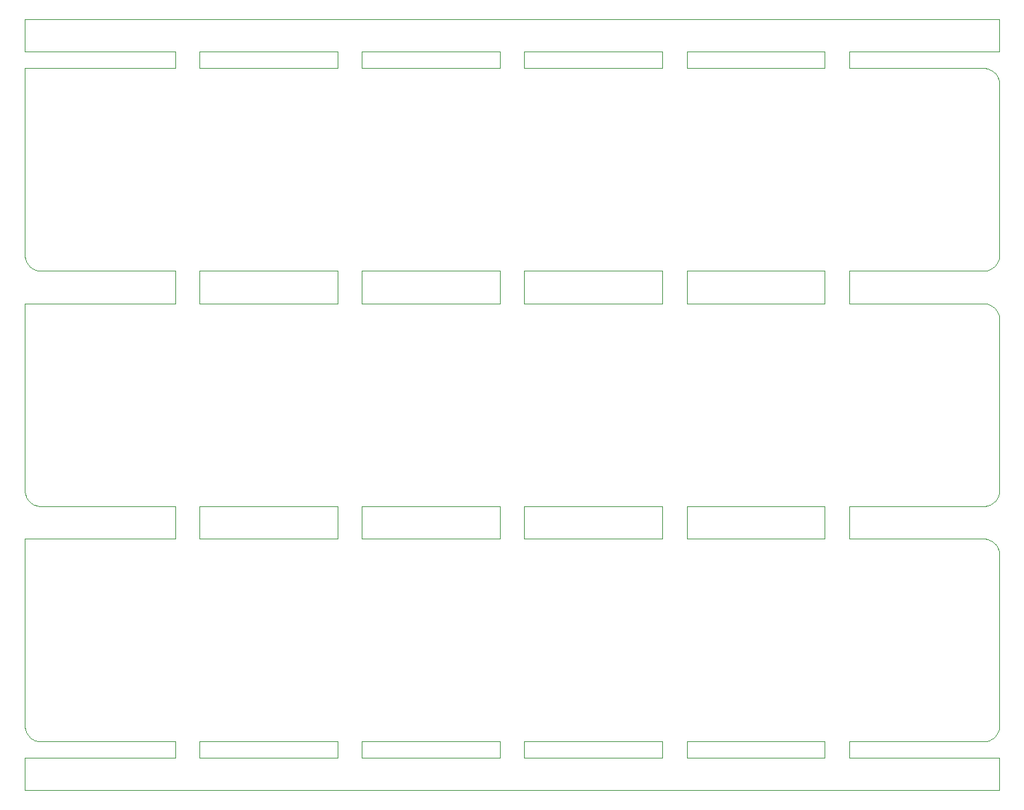
<source format=gbr>
%TF.GenerationSoftware,KiCad,Pcbnew,9.0.1*%
%TF.CreationDate,2025-12-04T09:14:00-06:00*%
%TF.ProjectId,focus_bar_panel_v1,666f6375-735f-4626-9172-5f70616e656c,rev?*%
%TF.SameCoordinates,Original*%
%TF.FileFunction,Profile,NP*%
%FSLAX46Y46*%
G04 Gerber Fmt 4.6, Leading zero omitted, Abs format (unit mm)*
G04 Created by KiCad (PCBNEW 9.0.1) date 2025-12-04 09:14:00*
%MOMM*%
%LPD*%
G01*
G04 APERTURE LIST*
%TA.AperFunction,Profile*%
%ADD10C,0.100000*%
%TD*%
G04 APERTURE END LIST*
D10*
X89619211Y-50796109D02*
X89711288Y-50838415D01*
X207001305Y-50936654D02*
X207098726Y-50908778D01*
X127000000Y-80000500D02*
X127000000Y-81999500D01*
X206902597Y-50959559D02*
X207001305Y-50936654D01*
X88500000Y-111001500D02*
X88500000Y-115001500D01*
X207288711Y-108838415D02*
X207380788Y-108796109D01*
X88982483Y-108303244D02*
X89050414Y-108378433D01*
X190000000Y-111001500D02*
X190000000Y-109000500D01*
X90398701Y-79997933D02*
X90500000Y-80000500D01*
X130000000Y-55000500D02*
X130000000Y-53001500D01*
X89901273Y-50908778D02*
X89998694Y-50936654D01*
X208017516Y-84697755D02*
X207949585Y-84622566D01*
X187000000Y-81999500D02*
X187000000Y-82001500D01*
X130000000Y-111001500D02*
X130000000Y-109000500D01*
X88704390Y-107881288D02*
X88751306Y-107971103D01*
X110000000Y-55000500D02*
X110000000Y-53001500D01*
X167000000Y-24000000D02*
X167000000Y-26000500D01*
X88624495Y-107695110D02*
X88662084Y-107789211D01*
X89275788Y-108582051D02*
X89357463Y-108642026D01*
X208476936Y-56697644D02*
X208459059Y-56597902D01*
X206601298Y-55003066D02*
X206500000Y-55000500D01*
X167000000Y-51000500D02*
X167000000Y-52999500D01*
X187000000Y-55000500D02*
X170000000Y-55000500D01*
X88802711Y-50058428D02*
X88858473Y-50143036D01*
X208459059Y-107403097D02*
X208476936Y-107303355D01*
X130000000Y-53001500D02*
X130000000Y-52999500D01*
X208476936Y-27697644D02*
X208459059Y-27597902D01*
X90097402Y-50959559D02*
X90197144Y-50977436D01*
X208081551Y-50224711D02*
X208141526Y-50143036D01*
X208476936Y-85697644D02*
X208459059Y-85597902D01*
X107000000Y-55000500D02*
X88500000Y-55000500D01*
X207098726Y-79908778D02*
X207194610Y-79876004D01*
X208197288Y-84942571D02*
X208141526Y-84857963D01*
X208497433Y-56899201D02*
X208489738Y-56798163D01*
X208500000Y-57000500D02*
X208497433Y-56899201D01*
X170000000Y-84000500D02*
X170000000Y-82001500D01*
X147000000Y-80000500D02*
X147000000Y-81999500D01*
X88523063Y-107303355D02*
X88540940Y-107403097D01*
X206902597Y-55041440D02*
X206802855Y-55023563D01*
X208248693Y-107971103D02*
X208295609Y-107881288D01*
X207380788Y-55204890D02*
X207288711Y-55162584D01*
X208436154Y-56499194D02*
X208408278Y-56401773D01*
X90097402Y-79959559D02*
X90197144Y-79977436D01*
X207724211Y-26418948D02*
X207642536Y-26358973D01*
X127000000Y-24000000D02*
X127000000Y-26000500D01*
X207194610Y-84124995D02*
X207098726Y-84092221D01*
X187000000Y-51000500D02*
X187000000Y-52999500D01*
X110000000Y-84000500D02*
X110000000Y-82001500D01*
X207724211Y-55418948D02*
X207642536Y-55358973D01*
X167000000Y-82001500D02*
X167000000Y-84000500D01*
X89197255Y-79518016D02*
X89275788Y-79582051D01*
X147000000Y-52999500D02*
X147000000Y-53001500D01*
X127000000Y-81999500D02*
X127000000Y-82001500D01*
X107000000Y-24000000D02*
X107000000Y-26000500D01*
X88502566Y-78101798D02*
X88510261Y-78202836D01*
X207380788Y-26204890D02*
X207288711Y-26162584D01*
X208500000Y-115001500D02*
X208500000Y-111001500D01*
X208141526Y-50143036D02*
X208197288Y-50058428D01*
X88500000Y-26000500D02*
X88500000Y-49000500D01*
X207642536Y-79642026D02*
X207724211Y-79582051D01*
X88500000Y-115001500D02*
X208500000Y-115001500D01*
X190000000Y-55000500D02*
X190000000Y-53001500D01*
X107000000Y-53001500D02*
X107000000Y-55000500D01*
X190000000Y-24000000D02*
X208500000Y-24000000D01*
X208017516Y-79303244D02*
X208081551Y-79224711D01*
X89275788Y-50582051D02*
X89357463Y-50642026D01*
X207949585Y-84622566D02*
X207877933Y-84550914D01*
X208459059Y-85597902D02*
X208436154Y-85499194D01*
X208375504Y-85305889D02*
X208337915Y-85211788D01*
X107000000Y-52999500D02*
X107000000Y-53001500D01*
X88540940Y-49403097D02*
X88563845Y-49501805D01*
X89998694Y-108936654D02*
X90097402Y-108959559D01*
X88540940Y-78403097D02*
X88563845Y-78501805D01*
X207949585Y-50378433D02*
X208017516Y-50303244D01*
X90197144Y-108977436D02*
X90297663Y-108990238D01*
X206902597Y-26041440D02*
X206802855Y-26023563D01*
X88982483Y-79303244D02*
X89050414Y-79378433D01*
X88662084Y-107789211D02*
X88704390Y-107881288D01*
X89050414Y-108378433D02*
X89122066Y-108450085D01*
X207470603Y-79749193D02*
X207557928Y-79697788D01*
X90297663Y-50990238D02*
X90398701Y-50997933D01*
X207380788Y-79796109D02*
X207470603Y-79749193D01*
X206702336Y-79990238D02*
X206802855Y-79977436D01*
X150000000Y-81999500D02*
X150000000Y-80000500D01*
X206601298Y-108997933D02*
X206702336Y-108990238D01*
X110000000Y-81999500D02*
X110000000Y-80000500D01*
X207288711Y-26162584D02*
X207194610Y-26124995D01*
X207949585Y-55622566D02*
X207877933Y-55550914D01*
X89442071Y-108697788D02*
X89529396Y-108749193D01*
X90297663Y-108990238D02*
X90398701Y-108997933D01*
X110000000Y-111001500D02*
X110000000Y-109000500D01*
X187000000Y-109000500D02*
X187000000Y-111001500D01*
X208497433Y-27899201D02*
X208489738Y-27798163D01*
X207557928Y-108697788D02*
X207642536Y-108642026D01*
X167000000Y-52999500D02*
X167000000Y-53001500D01*
X89619211Y-108796109D02*
X89711288Y-108838415D01*
X88510261Y-107202836D02*
X88523063Y-107303355D01*
X208500000Y-24000000D02*
X208500000Y-20000000D01*
X147000000Y-51000500D02*
X147000000Y-52999500D01*
X208081551Y-26776288D02*
X208017516Y-26697755D01*
X207802744Y-55482983D02*
X207724211Y-55418948D01*
X208436154Y-49501805D02*
X208459059Y-49403097D01*
X190000000Y-52999500D02*
X190000000Y-51000500D01*
X187000000Y-84000500D02*
X170000000Y-84000500D01*
X110000000Y-26000500D02*
X110000000Y-24000000D01*
X127000000Y-53001500D02*
X127000000Y-55000500D01*
X208375504Y-56305889D02*
X208337915Y-56211788D01*
X150000000Y-80000500D02*
X167000000Y-80000500D01*
X208436154Y-85499194D02*
X208408278Y-85401773D01*
X150000000Y-111001500D02*
X150000000Y-109000500D01*
X208500000Y-20000000D02*
X88500000Y-20000000D01*
X208295609Y-85119711D02*
X208248693Y-85029896D01*
X88510261Y-49202836D02*
X88523063Y-49303355D01*
X208375504Y-107695110D02*
X208408278Y-107599226D01*
X207288711Y-55162584D02*
X207194610Y-55124995D01*
X206702336Y-108990238D02*
X206802855Y-108977436D01*
X88523063Y-49303355D02*
X88540940Y-49403097D01*
X110000000Y-82001500D02*
X110000000Y-81999500D01*
X88591721Y-49599226D02*
X88624495Y-49695110D01*
X208500000Y-107000500D02*
X208500000Y-86000500D01*
X167000000Y-55000500D02*
X150000000Y-55000500D01*
X208408278Y-107599226D02*
X208436154Y-107501805D01*
X150000000Y-55000500D02*
X150000000Y-53001500D01*
X127000000Y-26000500D02*
X110000000Y-26000500D01*
X190000000Y-53001500D02*
X190000000Y-52999500D01*
X207642536Y-26358973D02*
X207557928Y-26303211D01*
X88500000Y-78000500D02*
X88502566Y-78101798D01*
X130000000Y-24000000D02*
X147000000Y-24000000D01*
X167000000Y-81999500D02*
X167000000Y-82001500D01*
X207288711Y-79838415D02*
X207380788Y-79796109D01*
X127000000Y-109000500D02*
X127000000Y-111001500D01*
X187000000Y-24000000D02*
X187000000Y-26000500D01*
X110000000Y-80000500D02*
X127000000Y-80000500D01*
X207642536Y-108642026D02*
X207724211Y-108582051D01*
X207470603Y-50749193D02*
X207557928Y-50697788D01*
X207098726Y-55092221D02*
X207001305Y-55064345D01*
X89357463Y-108642026D02*
X89442071Y-108697788D01*
X208337915Y-85211788D02*
X208295609Y-85119711D01*
X167000000Y-84000500D02*
X150000000Y-84000500D01*
X110000000Y-52999500D02*
X110000000Y-51000500D01*
X208459059Y-49403097D02*
X208476936Y-49303355D01*
X88500000Y-24000000D02*
X107000000Y-24000000D01*
X207194610Y-108876004D02*
X207288711Y-108838415D01*
X89050414Y-79378433D02*
X89122066Y-79450085D01*
X208295609Y-78881288D02*
X208337915Y-78789211D01*
X208337915Y-107789211D02*
X208375504Y-107695110D01*
X208248693Y-85029896D02*
X208197288Y-84942571D01*
X107000000Y-81999500D02*
X107000000Y-82001500D01*
X89442071Y-79697788D02*
X89529396Y-79749193D01*
X207557928Y-84303211D02*
X207470603Y-84251806D01*
X89197255Y-108518016D02*
X89275788Y-108582051D01*
X208489738Y-78202836D02*
X208497433Y-78101798D01*
X88591721Y-78599226D02*
X88624495Y-78695110D01*
X107000000Y-80000500D02*
X107000000Y-81999500D01*
X208500000Y-28000500D02*
X208497433Y-27899201D01*
X207642536Y-55358973D02*
X207557928Y-55303211D01*
X170000000Y-81999500D02*
X170000000Y-80000500D01*
X88500000Y-107000500D02*
X88502566Y-107101798D01*
X88802711Y-108058428D02*
X88858473Y-108143036D01*
X206702336Y-26010761D02*
X206601298Y-26003066D01*
X207949585Y-79378433D02*
X208017516Y-79303244D01*
X88662084Y-49789211D02*
X88704390Y-49881288D01*
X207642536Y-84358973D02*
X207557928Y-84303211D01*
X208197288Y-50058428D02*
X208248693Y-49971103D01*
X88662084Y-78789211D02*
X88704390Y-78881288D01*
X88982483Y-50303244D02*
X89050414Y-50378433D01*
X208295609Y-49881288D02*
X208337915Y-49789211D01*
X147000000Y-82001500D02*
X147000000Y-84000500D01*
X107000000Y-84000500D02*
X88500000Y-84000500D01*
X206802855Y-79977436D02*
X206902597Y-79959559D01*
X130000000Y-51000500D02*
X147000000Y-51000500D01*
X127000000Y-51000500D02*
X127000000Y-52999500D01*
X208497433Y-78101798D02*
X208500000Y-78000500D01*
X206601298Y-84003066D02*
X206500000Y-84000500D01*
X207470603Y-55251806D02*
X207380788Y-55204890D01*
X90500000Y-51000500D02*
X107000000Y-51000500D01*
X208459059Y-56597902D02*
X208436154Y-56499194D01*
X206500000Y-80000500D02*
X206601298Y-79997933D01*
X207098726Y-108908778D02*
X207194610Y-108876004D01*
X206802855Y-55023563D02*
X206702336Y-55010761D01*
X206702336Y-55010761D02*
X206601298Y-55003066D01*
X88563845Y-78501805D02*
X88591721Y-78599226D01*
X147000000Y-24000000D02*
X147000000Y-26000500D01*
X147000000Y-84000500D02*
X130000000Y-84000500D01*
X207288711Y-50838415D02*
X207380788Y-50796109D01*
X89805389Y-79876004D02*
X89901273Y-79908778D01*
X207098726Y-50908778D02*
X207194610Y-50876004D01*
X208500000Y-49000500D02*
X208500000Y-28000500D01*
X190000000Y-82001500D02*
X190000000Y-81999500D01*
X190000000Y-26000500D02*
X190000000Y-24000000D01*
X89998694Y-79936654D02*
X90097402Y-79959559D01*
X207949585Y-26622566D02*
X207877933Y-26550914D01*
X208295609Y-107881288D02*
X208337915Y-107789211D01*
X88563845Y-107501805D02*
X88591721Y-107599226D01*
X208489738Y-49202836D02*
X208497433Y-49101798D01*
X208497433Y-85899201D02*
X208489738Y-85798163D01*
X207877933Y-26550914D02*
X207802744Y-26482983D01*
X147000000Y-81999500D02*
X147000000Y-82001500D01*
X208337915Y-27211788D02*
X208295609Y-27119711D01*
X206802855Y-26023563D02*
X206702336Y-26010761D01*
X127000000Y-52999500D02*
X127000000Y-53001500D01*
X207877933Y-108450085D02*
X207949585Y-108378433D01*
X167000000Y-111001500D02*
X150000000Y-111001500D01*
X206500000Y-51000500D02*
X206601298Y-50997933D01*
X147000000Y-109000500D02*
X147000000Y-111001500D01*
X208408278Y-85401773D02*
X208375504Y-85305889D01*
X206500000Y-84000500D02*
X190000000Y-84000500D01*
X207001305Y-55064345D02*
X206902597Y-55041440D01*
X190000000Y-109000500D02*
X206500000Y-109000500D01*
X206702336Y-50990238D02*
X206802855Y-50977436D01*
X88858473Y-50143036D02*
X88918448Y-50224711D01*
X207802744Y-50518016D02*
X207877933Y-50450085D01*
X207802744Y-26482983D02*
X207724211Y-26418948D01*
X89711288Y-50838415D02*
X89805389Y-50876004D01*
X187000000Y-111001500D02*
X170000000Y-111001500D01*
X90398701Y-50997933D02*
X90500000Y-51000500D01*
X207877933Y-84550914D02*
X207802744Y-84482983D01*
X208141526Y-79143036D02*
X208197288Y-79058428D01*
X208436154Y-107501805D02*
X208459059Y-107403097D01*
X207098726Y-26092221D02*
X207001305Y-26064345D01*
X208375504Y-78695110D02*
X208408278Y-78599226D01*
X88751306Y-78971103D02*
X88802711Y-79058428D01*
X208295609Y-27119711D02*
X208248693Y-27029896D01*
X206601298Y-26003066D02*
X206500000Y-26000500D01*
X208489738Y-27798163D02*
X208476936Y-27697644D01*
X208459059Y-78403097D02*
X208476936Y-78303355D01*
X207380788Y-50796109D02*
X207470603Y-50749193D01*
X89529396Y-79749193D02*
X89619211Y-79796109D01*
X88523063Y-78303355D02*
X88540940Y-78403097D01*
X170000000Y-109000500D02*
X187000000Y-109000500D01*
X207877933Y-50450085D02*
X207949585Y-50378433D01*
X208017516Y-26697755D02*
X207949585Y-26622566D01*
X88500000Y-84000500D02*
X88500000Y-107000500D01*
X88591721Y-107599226D02*
X88624495Y-107695110D01*
X170000000Y-53001500D02*
X170000000Y-52999500D01*
X207288711Y-84162584D02*
X207194610Y-84124995D01*
X187000000Y-52999500D02*
X187000000Y-53001500D01*
X130000000Y-26000500D02*
X130000000Y-24000000D01*
X90297663Y-79990238D02*
X90398701Y-79997933D01*
X89122066Y-79450085D02*
X89197255Y-79518016D01*
X206601298Y-79997933D02*
X206702336Y-79990238D01*
X88500000Y-55000500D02*
X88500000Y-78000500D01*
X208141526Y-55857963D02*
X208081551Y-55776288D01*
X187000000Y-82001500D02*
X187000000Y-84000500D01*
X208197288Y-26942571D02*
X208141526Y-26857963D01*
X88540940Y-107403097D02*
X88563845Y-107501805D01*
X206902597Y-79959559D02*
X207001305Y-79936654D01*
X110000000Y-51000500D02*
X127000000Y-51000500D01*
X207724211Y-84418948D02*
X207642536Y-84358973D01*
X206601298Y-50997933D02*
X206702336Y-50990238D01*
X88563845Y-49501805D02*
X88591721Y-49599226D01*
X89529396Y-50749193D02*
X89619211Y-50796109D01*
X208375504Y-27305889D02*
X208337915Y-27211788D01*
X90500000Y-109000500D02*
X107000000Y-109000500D01*
X90197144Y-79977436D02*
X90297663Y-79990238D01*
X206802855Y-84023563D02*
X206702336Y-84010761D01*
X170000000Y-24000000D02*
X187000000Y-24000000D01*
X130000000Y-52999500D02*
X130000000Y-51000500D01*
X88918448Y-79224711D02*
X88982483Y-79303244D01*
X208017516Y-108303244D02*
X208081551Y-108224711D01*
X110000000Y-24000000D02*
X127000000Y-24000000D01*
X89442071Y-50697788D02*
X89529396Y-50749193D01*
X208248693Y-49971103D02*
X208295609Y-49881288D01*
X170000000Y-82001500D02*
X170000000Y-81999500D01*
X127000000Y-84000500D02*
X110000000Y-84000500D01*
X89122066Y-50450085D02*
X89197255Y-50518016D01*
X208141526Y-108143036D02*
X208197288Y-108058428D01*
X207194610Y-26124995D02*
X207098726Y-26092221D01*
X208197288Y-79058428D02*
X208248693Y-78971103D01*
X208476936Y-107303355D02*
X208489738Y-107202836D01*
X89122066Y-108450085D02*
X89197255Y-108518016D01*
X89357463Y-50642026D02*
X89442071Y-50697788D01*
X130000000Y-82001500D02*
X130000000Y-81999500D01*
X207001305Y-26064345D02*
X206902597Y-26041440D01*
X88858473Y-108143036D02*
X88918448Y-108224711D01*
X208436154Y-27499194D02*
X208408278Y-27401773D01*
X107000000Y-82001500D02*
X107000000Y-84000500D01*
X207557928Y-79697788D02*
X207642536Y-79642026D01*
X208408278Y-49599226D02*
X208436154Y-49501805D01*
X88704390Y-78881288D02*
X88751306Y-78971103D01*
X208375504Y-49695110D02*
X208408278Y-49599226D01*
X206802855Y-108977436D02*
X206902597Y-108959559D01*
X206802855Y-50977436D02*
X206902597Y-50959559D01*
X167000000Y-109000500D02*
X167000000Y-111001500D01*
X147000000Y-53001500D02*
X147000000Y-55000500D01*
X88510261Y-78202836D02*
X88523063Y-78303355D01*
X130000000Y-81999500D02*
X130000000Y-80000500D01*
X190000000Y-81999500D02*
X190000000Y-80000500D01*
X88500000Y-49000500D02*
X88502566Y-49101798D01*
X208497433Y-49101798D02*
X208500000Y-49000500D01*
X208500000Y-78000500D02*
X208500000Y-57000500D01*
X208337915Y-49789211D02*
X208375504Y-49695110D01*
X89357463Y-79642026D02*
X89442071Y-79697788D01*
X170000000Y-111001500D02*
X170000000Y-109000500D01*
X207724211Y-108582051D02*
X207802744Y-108518016D01*
X167000000Y-26000500D02*
X150000000Y-26000500D01*
X207001305Y-84064345D02*
X206902597Y-84041440D01*
X170000000Y-51000500D02*
X187000000Y-51000500D01*
X90398701Y-108997933D02*
X90500000Y-109000500D01*
X107000000Y-109000500D02*
X107000000Y-111001500D01*
X207380788Y-108796109D02*
X207470603Y-108749193D01*
X88751306Y-49971103D02*
X88802711Y-50058428D01*
X88751306Y-107971103D02*
X88802711Y-108058428D01*
X208408278Y-27401773D02*
X208375504Y-27305889D01*
X89998694Y-50936654D02*
X90097402Y-50959559D01*
X207949585Y-108378433D02*
X208017516Y-108303244D01*
X89805389Y-108876004D02*
X89901273Y-108908778D01*
X207557928Y-50697788D02*
X207642536Y-50642026D01*
X90197144Y-50977436D02*
X90297663Y-50990238D01*
X150000000Y-52999500D02*
X150000000Y-51000500D01*
X208489738Y-85798163D02*
X208476936Y-85697644D01*
X208337915Y-78789211D02*
X208375504Y-78695110D01*
X208489738Y-107202836D02*
X208497433Y-107101798D01*
X88624495Y-78695110D02*
X88662084Y-78789211D01*
X208497433Y-107101798D02*
X208500000Y-107000500D01*
X89275788Y-79582051D02*
X89357463Y-79642026D01*
X206500000Y-55000500D02*
X190000000Y-55000500D01*
X130000000Y-80000500D02*
X147000000Y-80000500D01*
X150000000Y-53001500D02*
X150000000Y-52999500D01*
X208476936Y-78303355D02*
X208489738Y-78202836D01*
X127000000Y-55000500D02*
X110000000Y-55000500D01*
X147000000Y-111001500D02*
X130000000Y-111001500D01*
X207802744Y-79518016D02*
X207877933Y-79450085D01*
X208295609Y-56119711D02*
X208248693Y-56029896D01*
X208141526Y-84857963D02*
X208081551Y-84776288D01*
X208476936Y-49303355D02*
X208489738Y-49202836D01*
X207098726Y-84092221D02*
X207001305Y-84064345D01*
X89901273Y-79908778D02*
X89998694Y-79936654D01*
X187000000Y-80000500D02*
X187000000Y-81999500D01*
X88500000Y-20000000D02*
X88500000Y-24000000D01*
X207194610Y-79876004D02*
X207288711Y-79838415D01*
X187000000Y-53001500D02*
X187000000Y-55000500D01*
X207194610Y-50876004D02*
X207288711Y-50838415D01*
X206902597Y-108959559D02*
X207001305Y-108936654D01*
X88918448Y-50224711D02*
X88982483Y-50303244D01*
X130000000Y-109000500D02*
X147000000Y-109000500D01*
X208141526Y-26857963D02*
X208081551Y-26776288D01*
X147000000Y-26000500D02*
X130000000Y-26000500D01*
X208017516Y-55697755D02*
X207949585Y-55622566D01*
X207802744Y-84482983D02*
X207724211Y-84418948D01*
X207380788Y-84204890D02*
X207288711Y-84162584D01*
X90097402Y-108959559D02*
X90197144Y-108977436D01*
X127000000Y-82001500D02*
X127000000Y-84000500D01*
X88918448Y-108224711D02*
X88982483Y-108303244D01*
X208081551Y-108224711D02*
X208141526Y-108143036D01*
X207877933Y-79450085D02*
X207949585Y-79378433D01*
X147000000Y-55000500D02*
X130000000Y-55000500D01*
X208337915Y-56211788D02*
X208295609Y-56119711D01*
X207877933Y-55550914D02*
X207802744Y-55482983D01*
X206702336Y-84010761D02*
X206601298Y-84003066D01*
X127000000Y-111001500D02*
X110000000Y-111001500D01*
X206500000Y-109000500D02*
X206601298Y-108997933D01*
X150000000Y-82001500D02*
X150000000Y-81999500D01*
X150000000Y-24000000D02*
X167000000Y-24000000D01*
X207724211Y-50582051D02*
X207802744Y-50518016D01*
X207724211Y-79582051D02*
X207802744Y-79518016D01*
X90500000Y-80000500D02*
X107000000Y-80000500D01*
X150000000Y-26000500D02*
X150000000Y-24000000D01*
X89805389Y-50876004D02*
X89901273Y-50908778D01*
X207557928Y-55303211D02*
X207470603Y-55251806D01*
X208500000Y-111001500D02*
X190000000Y-111001500D01*
X167000000Y-80000500D02*
X167000000Y-81999500D01*
X88802711Y-79058428D02*
X88858473Y-79143036D01*
X170000000Y-80000500D02*
X187000000Y-80000500D01*
X208081551Y-84776288D02*
X208017516Y-84697755D01*
X207470603Y-108749193D02*
X207557928Y-108697788D01*
X208500000Y-86000500D02*
X208497433Y-85899201D01*
X208197288Y-108058428D02*
X208248693Y-107971103D01*
X89711288Y-79838415D02*
X89805389Y-79876004D01*
X89711288Y-108838415D02*
X89805389Y-108876004D01*
X208408278Y-78599226D02*
X208436154Y-78501805D01*
X207470603Y-84251806D02*
X207380788Y-84204890D01*
X208248693Y-27029896D02*
X208197288Y-26942571D01*
X187000000Y-26000500D02*
X170000000Y-26000500D01*
X208408278Y-56401773D02*
X208375504Y-56305889D01*
X206902597Y-84041440D02*
X206802855Y-84023563D01*
X107000000Y-26000500D02*
X88500000Y-26000500D01*
X207001305Y-79936654D02*
X207098726Y-79908778D01*
X150000000Y-51000500D02*
X167000000Y-51000500D01*
X170000000Y-52999500D02*
X170000000Y-51000500D01*
X88502566Y-49101798D02*
X88510261Y-49202836D01*
X208081551Y-79224711D02*
X208141526Y-79143036D01*
X167000000Y-53001500D02*
X167000000Y-55000500D01*
X208197288Y-55942571D02*
X208141526Y-55857963D01*
X206500000Y-26000500D02*
X190000000Y-26000500D01*
X107000000Y-111001500D02*
X88500000Y-111001500D01*
X208248693Y-56029896D02*
X208197288Y-55942571D01*
X208017516Y-50303244D02*
X208081551Y-50224711D01*
X88704390Y-49881288D02*
X88751306Y-49971103D01*
X190000000Y-51000500D02*
X206500000Y-51000500D01*
X89197255Y-50518016D02*
X89275788Y-50582051D01*
X207802744Y-108518016D02*
X207877933Y-108450085D01*
X150000000Y-109000500D02*
X167000000Y-109000500D01*
X88624495Y-49695110D02*
X88662084Y-49789211D01*
X110000000Y-109000500D02*
X127000000Y-109000500D01*
X207001305Y-108936654D02*
X207098726Y-108908778D01*
X89050414Y-50378433D02*
X89122066Y-50450085D01*
X107000000Y-51000500D02*
X107000000Y-52999500D01*
X150000000Y-84000500D02*
X150000000Y-82001500D01*
X170000000Y-26000500D02*
X170000000Y-24000000D01*
X110000000Y-53001500D02*
X110000000Y-52999500D01*
X88858473Y-79143036D02*
X88918448Y-79224711D01*
X88502566Y-107101798D02*
X88510261Y-107202836D01*
X208248693Y-78971103D02*
X208295609Y-78881288D01*
X170000000Y-55000500D02*
X170000000Y-53001500D01*
X89901273Y-108908778D02*
X89998694Y-108936654D01*
X89529396Y-108749193D02*
X89619211Y-108796109D01*
X208436154Y-78501805D02*
X208459059Y-78403097D01*
X207194610Y-55124995D02*
X207098726Y-55092221D01*
X208081551Y-55776288D02*
X208017516Y-55697755D01*
X207557928Y-26303211D02*
X207470603Y-26251806D01*
X89619211Y-79796109D02*
X89711288Y-79838415D01*
X207642536Y-50642026D02*
X207724211Y-50582051D01*
X208459059Y-27597902D02*
X208436154Y-27499194D01*
X130000000Y-84000500D02*
X130000000Y-82001500D01*
X208489738Y-56798163D02*
X208476936Y-56697644D01*
X207470603Y-26251806D02*
X207380788Y-26204890D01*
X190000000Y-84000500D02*
X190000000Y-82001500D01*
X190000000Y-80000500D02*
X206500000Y-80000500D01*
M02*

</source>
